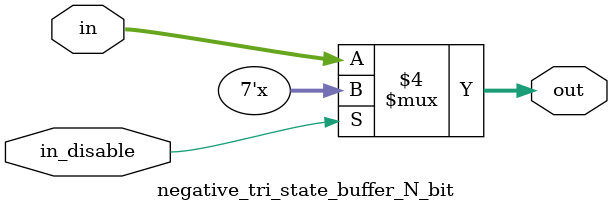
<source format=v>





module digital_clock (clock, reset, AN3, AN2, AN1, AN0, CA, CB, CC, CD, CE, CF, CG);
	input clock, reset;
	output AN3, AN2, AN1, AN0, CA, CB, CC, CD, CE, CF, CG;
	wire w1, w2;
	wire [3:0] w3;
	wire [3:0] w4;
	wire [6:0] w5;
	wire [6:0] w6;
	wire [6:0] w7;
	wire [6:0] w8;
	wire [3:0] w9;
	wire [3:0] w10;
	wire [3:0] w11;
	wire [3:0] w12;
	wire [3:0] w13;
	wire [3:0] w14;
	wire [3:0] w15;
	reg [6:0] reg1;

	clock_divider #(.input_hz(50_000_000), .output_hz(500)) clock_divider_500_hz(.reset(reset), .clock_in(clock), .clock_out(w1));
	clock_divider #(.input_hz(500), .output_hz(1)) clock_divider_1_hz(.reset(reset), .clock_in(w1), .clock_out(w2));
	timer_00_59 timer(.reset(reset), .clock(w2), .seg0(w4), .seg1(w3), .seg2(w10), .seg3(w11));
	ssd_driver ssd_driver_thou(.in_BCD(w11), .out_SSD(w12));
	ssd_driver ssd_driver_hund(.in_BCD(w10), .out_SSD(w13));
	ssd_driver ssd_driver_tens(.in_BCD(w3), .out_SSD(w6));
	ssd_driver ssd_driver_ones(.in_BCD(w4), .out_SSD(w7));
	ring_counter_4_bit ring_counter(.reset(reset), .clock(w1), .out(w9));

	// cathode input driver for two leftmost SSD
	always @(posedge w2) begin // activate with rising edge of 1 Hz clock
		reg1 <= 7'b1111111;
	end
	assign w5 = reg1;

//	negative_tri_state_buffer_N_bit #(7) buffer_3 (.in_disable(w9[3]), .in(w5), .out(w8));
//	negative_tri_state_buffer_N_bit #(7) buffer_2 (.in_disable(w9[2]), .in(w5), .out(w8));
	negative_tri_state_buffer_N_bit #(7) buffer_1 (.in_disable(w9[1]), .in(w6), .out(w8));
	negative_tri_state_buffer_N_bit #(7) buffer_0 (.in_disable(w9[0]), .in(w7), .out(w8));

	negative_tri_state_buffer_N_bit #(7) buffer_2 (.in_disable(w9[3]), .in(w12), .out(w8));
	negative_tri_state_buffer_N_bit #(7) buffer_3(.in_disable(w9[2]), .in(w13), .out(w8));

	// now assign SSD ports
	assign AN3 = w9[3];	
	assign AN2 = w9[2];
	assign AN1 = w9[1];
   assign AN0 = w9[0];
	assign CA = w8[6];
	assign CB = w8[5];
	assign CC = w8[4];
	assign CD = w8[3];
	assign CE = w8[2];
	assign CF = w8[1];
	assign CG = w8[0];
endmodule

module ring_counter_4_bit (reset, clock, out);
	input reset, clock;
	output [3:0] out;
	reg [3:0] out;

	always @(posedge clock or posedge reset) begin
		if (reset) begin
			out <= 4'b0111;
		end
		else begin
			out[3] <= out[0];
			out[2] <= out[3];
			out[1] <= out[2];
			out[0] <= out[1];	
		end
	end
endmodule

module clock_divider (reset, clock_in, clock_out);
	parameter input_hz = 6;
	parameter output_hz = 1;
	parameter in_out_ratio = input_hz / output_hz; // can process upmost 2^20 = 1048576 ratio

	input clock_in, reset;
	output clock_out;
	reg clock_out;
	reg [19:0] internal_count;

	always @(posedge clock_in or posedge reset) begin
		if (reset) 
			begin
			internal_count <= 'b0;
			clock_out <= 1'b0;
		end
		else if (internal_count == (in_out_ratio - 1)) 
			begin
			internal_count <= 20'b0;
			clock_out <= 1'b1; // time to shoot a rising edge
		end
		else if (internal_count == (in_out_ratio/2 - 1)) 
			begin
			clock_out <= 1'b0; 	// holding time passed
			internal_count <= internal_count + 1;
		end
		else 
			begin
			internal_count <= internal_count + 1;
		end
	end
endmodule

module timer_59_59 (reset, clock, seg3,seg2,seg1,seg0);
	input reset, clock;
	output [3:0] seg0; // Binary-Coded Decimal
	output [3:0] seg1;
	output [3:0] seg2;
	output [3:0] seg3;
	reg [3:0] seg0;
	reg [3:0] seg1;
	reg [3:0] seg2;
	reg [3:0] seg3;

	always @(posedge clock or posedge reset) begin
		if (reset) 
			begin
			seg0 <= 4'd0;
			seg1 <= 4'd0;
			seg2 <= 4'd0;
			seg3 <= 4'd0;
			end
		else 
			begin 
			if(seg0 == 4'd9)
				begin 
					seg0 <= 4'd0;
					if(seg1 == 4'd5) 
						begin
							seg1 <= 4'd0;
							seg2 <= seg2 + 1;
							if(seg2 == 4'd9) 
								begin
									seg2 <= 4'd0;
									if(seg3 == 4'd5) 
										begin
											seg0 <= 4'd0;
											seg1 <= 4'd0;
											seg2 <= 4'd0;
											seg3 <= 4'd0;
										end
									else 
										begin
											seg3 <= seg3 + 1;
										end
								end
							else 
								begin
									seg2 <= seg2 + 1;
								end
						end
						else 
							begin
								seg1 <= seg1 + 1;
							end
						end
			else 
				begin
					seg0 <= seg0 + 1;
				end
				end
			end
endmodule

module ssd_driver (in_BCD, out_SSD);
	input [3:0] in_BCD; // input in Binary-Coded Decimal format
	output [6:0] out_SSD; // output to Seven-Segment Display
	reg [6:0] out_SSD;

	always @(in_BCD) begin
		case (in_BCD)
			4'd0: out_SSD <= 7'b0000001;
			4'd1: out_SSD <= 7'b1001111;
			4'd2: out_SSD <= 7'b0010010;
			4'd3: out_SSD <= 7'b0000110;
			4'd4: out_SSD <= 7'b1001100;
			4'd5: out_SSD <= 7'b0100100;
			4'd6: out_SSD <= 7'b0100000;
			4'd7: out_SSD <= 7'b0001111;
			4'd8: out_SSD <= 7'b0000000;
			4'd9: out_SSD <= 7'b0000100;
			default out_SSD <= 7'b0110000; // "E" for error
		endcase
	end
endmodule 

module negative_tri_state_buffer_N_bit (in_disable, in, out);
	parameter N = 7;
	input in_disable;
	input [N-1:0] in;
	output [N-1:0] out;
	reg [N-1:0] out;

	always @(in_disable or in) begin
		if (in_disable == 1'b0) out <= in;
		else out <= 'bz;
	end
endmodule

`timescale 1ns/1ps

 

</source>
